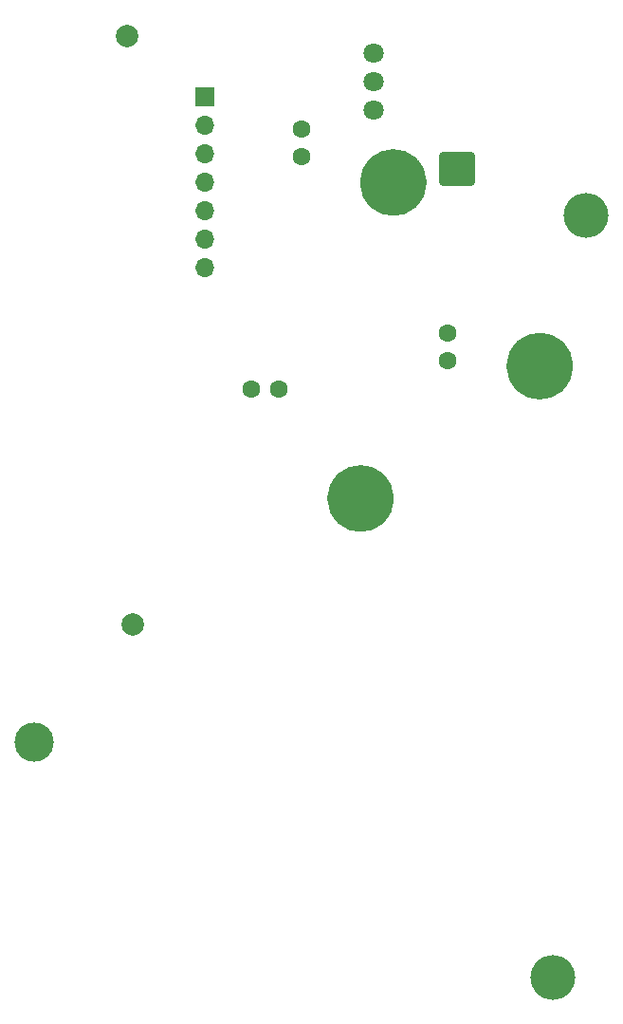
<source format=gbr>
%TF.GenerationSoftware,KiCad,Pcbnew,9.0.0*%
%TF.CreationDate,2025-04-14T10:39:46-04:00*%
%TF.ProjectId,rightPCB,72696768-7450-4434-922e-6b696361645f,rev?*%
%TF.SameCoordinates,Original*%
%TF.FileFunction,Soldermask,Bot*%
%TF.FilePolarity,Negative*%
%FSLAX46Y46*%
G04 Gerber Fmt 4.6, Leading zero omitted, Abs format (unit mm)*
G04 Created by KiCad (PCBNEW 9.0.0) date 2025-04-14 10:39:46*
%MOMM*%
%LPD*%
G01*
G04 APERTURE LIST*
G04 Aperture macros list*
%AMRoundRect*
0 Rectangle with rounded corners*
0 $1 Rounding radius*
0 $2 $3 $4 $5 $6 $7 $8 $9 X,Y pos of 4 corners*
0 Add a 4 corners polygon primitive as box body*
4,1,4,$2,$3,$4,$5,$6,$7,$8,$9,$2,$3,0*
0 Add four circle primitives for the rounded corners*
1,1,$1+$1,$2,$3*
1,1,$1+$1,$4,$5*
1,1,$1+$1,$6,$7*
1,1,$1+$1,$8,$9*
0 Add four rect primitives between the rounded corners*
20,1,$1+$1,$2,$3,$4,$5,0*
20,1,$1+$1,$4,$5,$6,$7,0*
20,1,$1+$1,$6,$7,$8,$9,0*
20,1,$1+$1,$8,$9,$2,$3,0*%
G04 Aperture macros list end*
%ADD10C,3.000000*%
%ADD11C,2.000000*%
%ADD12C,1.600000*%
%ADD13R,1.700000X1.700000*%
%ADD14O,1.700000X1.700000*%
%ADD15C,3.500000*%
%ADD16RoundRect,0.465000X1.185000X-1.085000X1.185000X1.085000X-1.185000X1.085000X-1.185000X-1.085000X0*%
%ADD17C,1.800000*%
%ADD18O,4.000000X4.000000*%
G04 APERTURE END LIST*
D10*
X218682043Y-76102276D02*
G75*
G02*
X215681843Y-76102276I-1500100J0D01*
G01*
X215681843Y-76102276D02*
G75*
G02*
X218682043Y-76102276I1500100J0D01*
G01*
X215761043Y-104296276D02*
G75*
G02*
X212760843Y-104296276I-1500100J0D01*
G01*
X212760843Y-104296276D02*
G75*
G02*
X215761043Y-104296276I1500100J0D01*
G01*
X231763043Y-92485276D02*
G75*
G02*
X228762843Y-92485276I-1500100J0D01*
G01*
X228762843Y-92485276D02*
G75*
G02*
X231763043Y-92485276I1500100J0D01*
G01*
D11*
%TO.C,H2*%
X193891500Y-115499900D03*
%TD*%
D12*
%TO.C,C2*%
X204500000Y-94500000D03*
X207000000Y-94500000D03*
%TD*%
D13*
%TO.C,J1*%
X200390600Y-68464100D03*
D14*
X200390600Y-71004100D03*
X200390600Y-73544100D03*
X200390600Y-76084100D03*
X200390600Y-78624100D03*
X200390600Y-81164100D03*
X200390600Y-83704100D03*
%TD*%
D12*
%TO.C,C3*%
X222000000Y-92000000D03*
X222000000Y-89500000D03*
%TD*%
D11*
%TO.C,H1*%
X193391600Y-63000000D03*
%TD*%
D15*
%TO.C,H3*%
X185141800Y-126000000D03*
%TD*%
D12*
%TO.C,C1*%
X209000000Y-71300000D03*
X209000000Y-73800000D03*
%TD*%
D16*
%TO.C,SW5*%
X222900000Y-74900000D03*
D17*
X215400000Y-69600000D03*
X215400000Y-64600000D03*
X215400000Y-67100000D03*
%TD*%
D18*
%TO.C,Pad_gge24780*%
X234391500Y-78999900D03*
%TD*%
%TO.C,Pad_gge24769*%
X231391500Y-147000000D03*
%TD*%
M02*

</source>
